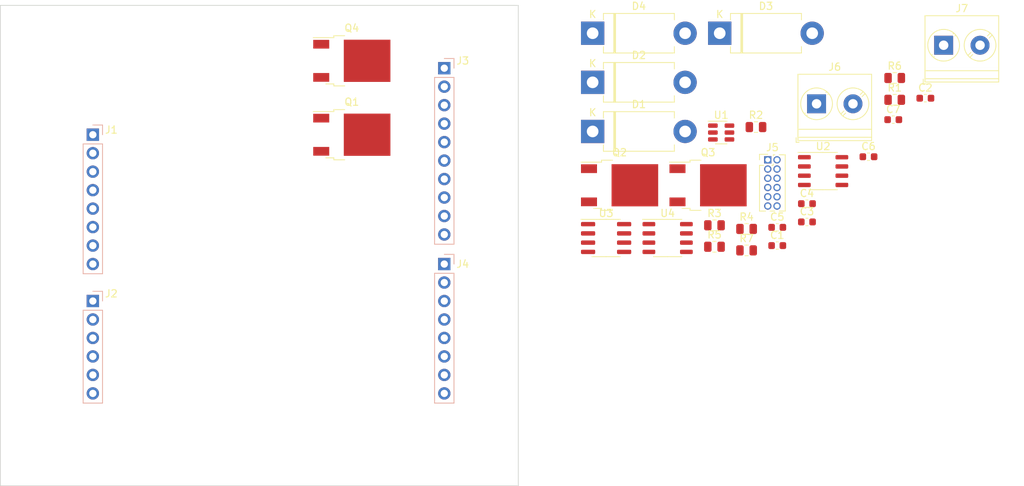
<source format=kicad_pcb>
(kicad_pcb (version 20211014) (generator pcbnew)
  (layers (0 "F.Cu" power) (31 "B.Cu" signal) (34 "B.Paste" user) (35 "F.Paste" user) (36 "B.SilkS" user "B.Silkscreen") (37 "F.SilkS" user "F.Silkscreen") (38 "B.Mask" user) (39 "F.Mask" user) (44 "Edge.Cuts" user))
  (net 0 "")
  (net 1 "/NC")
  (net 2 "/IOREF")
  (net 3 "/RESET")
  (net 4 "+3.3V")
  (net 5 "/+5V")
  (net 6 "GND")
  (net 7 "/VIN")
  (net 8 "/A0")
  (net 9 "+12V")
  (net 10 "/A2")
  (net 11 "/A3")
  (net 12 "/A4")
  (net 13 "/A5")
  (net 14 "/D15")
  (net 15 "/D14")
  (net 16 "/AVDD")
  (net 17 "/D13")
  (net 18 "Net-(C4-Pad1)")
  (net 19 "/D11")
  (net 20 "/D10")
  (net 21 "/D9")
  (net 22 "/D8")
  (net 23 "/D7")
  (net 24 "/D6")
  (net 25 "/D5")
  (net 26 "/D4")
  (net 27 "/D3")
  (net 28 "/D2")
  (net 29 "/D1")
  (net 30 "Net-(C4-Pad2)")
  (net 31 "Net-(D1-Pad1)")
  (net 32 "Net-(D1-Pad2)")
  (net 33 "Net-(D3-Pad2)")
  (net 34 "/COMP1_OUT")
  (net 36 "Net-(Q1-Pad1)")
  (net 37 "Net-(Q2-Pad1)")
  (net 38 "Net-(Q3-Pad1)")
  (net 39 "Net-(Q4-Pad1)")
  (net 40 "Net-(J5-Pada1)")
  (net 41 "/REV_LS_EN")
  (net 42 "/FWD_HS_EN")
  (net 43 "/FWD_LS_EN")
  (net 44 "/REV_HS_EN")
  (footprint "Resistor_SMD:R_0805_2012Metric" (layer "F.Cu") (at 206.61 117.09)
    (fp_text reference "R4" (at 0 -1.65) (layer "F.SilkS"))
    (fp_text value "R")
    (fp_line (start -0.227064 -0.735) (end 0.227064 -0.735) (layer "F.SilkS") (width 0.12))
    (fp_line (start -0.227064 0.735) (end 0.227064 0.735) (layer "F.SilkS") (width 0.12))
    (pad "1" smd roundrect (at -0.9125 0) (size 1.025 1.4) (layers "F.Cu" "F.Paste" "F.Mask") (roundrect_rratio 0.243902) (net 30 "Net-(C4-Pad2)"))
    (pad "2" smd roundrect (at 0.9125 0) (size 1.025 1.4) (layers "F.Cu" "F.Paste" "F.Mask") (roundrect_rratio 0.243902) (net 31 "Net-(D1-Pad1)"))
  )
  (footprint "Package_SO:SO-8_3.9x4.9mm_P1.27mm" (layer "F.Cu") (at 217.12 109.14)
    (fp_text reference "U2" (at 0 -3.4) (layer "F.SilkS"))
    (fp_text value "MAX17601")
    (fp_line (start 0 2.56) (end 1.95 2.56) (layer "F.SilkS") (width 0.12))
    (fp_line (start 0 2.56) (end -1.95 2.56) (layer "F.SilkS") (width 0.12))
    (fp_line (start 0 -2.56) (end 1.95 -2.56) (layer "F.SilkS") (width 0.12))
    (fp_line (start 0 -2.56) (end -3.45 -2.56) (layer "F.SilkS") (width 0.12))
    (pad "1" smd roundrect (at -2.575 -1.905) (size 1.75 0.6) (layers "F.Cu" "F.Paste" "F.Mask") (net 41 "/REV_LS_EN"))
    (pad "2" smd roundrect (at -2.575 -0.635) (size 1.75 0.6) (layers "F.Cu" "F.Paste" "F.Mask") (net 28 "/D2"))
    (pad "3" smd roundrect (at -2.575 0.635) (size 1.75 0.6) (layers "F.Cu" "F.Paste" "F.Mask") (net 6 "GND"))
    (pad "4" smd roundrect (at -2.575 1.905) (size 1.75 0.6) (layers "F.Cu" "F.Paste" "F.Mask") (net 23 "/D7"))
    (pad "5" smd roundrect (at 2.575 1.905) (size 1.75 0.6) (layers "F.Cu" "F.Paste" "F.Mask") (net 9 "+12V"))
    (pad "6" smd roundrect (at 2.575 0.635) (size 1.75 0.6) (layers "F.Cu" "F.Paste" "F.Mask"))
    (pad "7" smd roundrect (at 2.575 -0.635) (size 1.75 0.6) (layers "F.Cu" "F.Paste" "F.Mask") (net 37 "Net-(Q2-Pad1)"))
    (pad "8" smd roundrect (at 2.575 -1.905) (size 1.75 0.6) (layers "F.Cu" "F.Paste" "F.Mask") (net 42 "/FWD_HS_EN"))
  )
  (footprint "Connector_PinHeader_1.27mm:PinHeader_2x06_P1.27mm_Vertical" (layer "F.Cu") (at 209.52 107.59)
    (fp_text reference "J5" (at 0.635 -1.695) (layer "F.SilkS"))
    (fp_text value "Conn_02x06_Row_Letter_First")
    (fp_line (start -1.13 0.76) (end -0.563471 0.76) (layer "F.SilkS") (width 0.12))
    (fp_line (start 1.57753 -0.695) (end 2.4 -0.695) (layer "F.SilkS") (width 0.12))
    (fp_line (start -1.13 0) (end -1.13 -0.76) (layer "F.SilkS") (width 0.12))
    (fp_line (start 1.57753 7.045) (end 2.4 7.045) (layer "F.SilkS") (width 0.12))
    (fp_line (start 0.30753 7.045) (end 0.96247 7.045) (layer "F.SilkS") (width 0.12))
    (fp_line (start 2.4 -0.695) (end 2.4 7.045) (layer "F.SilkS") (width 0.12))
    (fp_line (start 0.76 -0.563471) (end 0.76 -0.695) (layer "F.SilkS") (width 0.12))
    (fp_line (start -1.13 0.76) (end -1.13 7.045) (layer "F.SilkS") (width 0.12))
    (fp_line (start 0.76 0.706529) (end 0.76 0.563471) (layer "F.SilkS") (width 0.12))
    (fp_line (start 0.76 -0.695) (end 0.96247 -0.695) (layer "F.SilkS") (width 0.12))
    (fp_line (start -1.13 7.045) (end -0.30753 7.045) (layer "F.SilkS") (width 0.12))
    (fp_line (start 0.563471 0.76) (end 0.706529 0.76) (layer "F.SilkS") (width 0.12))
    (fp_line (start -1.13 -0.76) (end 0 -0.76) (layer "F.SilkS") (width 0.12))
    (pad "1" thru_hole rect (at 0 0) (size 1 1) (drill 0.65) (layers *.Cu *.Mask))
    (pad "2" thru_hole oval (at 1.27 0) (size 1 1) (drill 0.65) (layers *.Cu *.Mask))
    (pad "3" thru_hole oval (at 0 1.27) (size 1 1) (drill 0.65) (layers *.Cu *.Mask))
    (pad "4" thru_hole oval (at 1.27 1.27) (size 1 1) (drill 0.65) (layers *.Cu *.Mask))
    (pad "5" thru_hole oval (at 0 2.54) (size 1 1) (drill 0.65) (layers *.Cu *.Mask))
    (pad "6" thru_hole oval (at 1.27 2.54) (size 1 1) (drill 0.65) (layers *.Cu *.Mask))
    (pad "7" thru_hole oval (at 0 3.81) (size 1 1) (drill 0.65) (layers *.Cu *.Mask))
    (pad "8" thru_hole oval (at 1.27 3.81) (size 1 1) (drill 0.65) (layers *.Cu *.Mask))
    (pad "9" thru_hole oval (at 0 5.08) (size 1 1) (drill 0.65) (layers *.Cu *.Mask))
    (pad "10" thru_hole oval (at 1.27 5.08) (size 1 1) (drill 0.65) (layers *.Cu *.Mask))
    (pad "11" thru_hole oval (at 0 6.35) (size 1 1) (drill 0.65) (layers *.Cu *.Mask))
    (pad "12" thru_hole oval (at 1.27 6.35) (size 1 1) (drill 0.65) (layers *.Cu *.Mask))
  )
  (footprint "Diode_THT:D_DO-201AD_P12.70mm_Horizontal" (layer "F.Cu") (at 202.92 90.19)
    (fp_text reference "D3" (at 6.35 -3.72) (layer "F.SilkS"))
    (fp_text value "SB10150")
    (fp_text user "K" (at 0 -2.6) (layer "F.SilkS"))
    (fp_line (start 1.48 -2.72) (end 11.22 -2.72) (layer "F.SilkS") (width 0.12))
    (fp_line (start 11.22 2.72) (end 11.22 1.84) (layer "F.SilkS") (width 0.12))
    (fp_line (start 1.48 1.84) (end 1.48 2.72) (layer "F.SilkS") (width 0.12))
    (fp_line (start 3.025 -2.72) (end 3.025 2.72) (layer "F.SilkS") (width 0.12))
    (fp_line (start 11.22 -2.72) (end 11.22 -1.84) (layer "F.SilkS") (width 0.12))
    (fp_line (start 2.905 -2.72) (end 2.905 2.72) (layer "F.SilkS") (width 0.12))
    (fp_line (start 1.48 -1.84) (end 1.48 -2.72) (layer "F.SilkS") (width 0.12))
    (fp_line (start 1.48 2.72) (end 11.22 2.72) (layer "F.SilkS") (width 0.12))
    (fp_line (start 3.145 -2.72) (end 3.145 2.72) (layer "F.SilkS") (width 0.12))
    (pad "1" thru_hole rect (at 0 0) (size 3.2 3.2) (drill 1.6) (layers *.Cu *.Mask) (net 31 "Net-(D1-Pad1)"))
    (pad "2" thru_hole oval (at 12.7 0) (size 3.2 3.2) (drill 1.6) (layers *.Cu *.Mask) (net 33 "Net-(D3-Pad2)"))
  )
  (footprint "Diode_THT:D_DO-201AD_P12.70mm_Horizontal" (layer "F.Cu") (at 185.47 96.94)
    (fp_text reference "D2" (at 6.35 -3.72) (layer "F.SilkS"))
    (fp_text value "SB10150")
    (fp_text user "K" (at 0 -2.6) (layer "F.SilkS"))
    (fp_line (start 3.025 -2.72) (end 3.025 2.72) (layer "F.SilkS") (width 0.12))
    (fp_line (start 3.145 -2.72) (end 3.145 2.72) (layer "F.SilkS") (width 0.12))
    (fp_line (start 1.48 2.72) (end 11.22 2.72) (layer "F.SilkS") (width 0.12))
    (fp_line (start 1.48 1.84) (end 1.48 2.72) (layer "F.SilkS") (width 0.12))
    (fp_line (start 1.48 -2.72) (end 11.22 -2.72) (layer "F.SilkS") (width 0.12))
    (fp_line (start 11.22 2.72) (end 11.22 1.84) (layer "F.SilkS") (width 0.12))
    (fp_line (start 1.48 -1.84) (end 1.48 -2.72) (layer "F.SilkS") (width 0.12))
    (fp_line (start 11.22 -2.72) (end 11.22 -1.84) (layer "F.SilkS") (width 0.12))
    (fp_line (start 2.905 -2.72) (end 2.905 2.72) (layer "F.SilkS") (width 0.12))
    (pad "1" thru_hole rect (at 0 0) (size 3.2 3.2) (drill 1.6) (layers *.Cu *.Mask) (net 32 "Net-(D1-Pad2)"))
    (pad "2" thru_hole oval (at 12.7 0) (size 3.2 3.2) (drill 1.6) (layers *.Cu *.Mask) (net 6 "GND"))
  )
  (footprint "TerminalBlock_Phoenix:TerminalBlock_Phoenix_PT-1,5-2-5.0-H_1x02_P5.00mm_Horizontal" (layer "F.Cu") (at 233.67 91.84)
    (fp_text reference "J7" (at 2.5 -5.06) (layer "F.SilkS"))
    (fp_text value "Screw_Terminal_01x02")
    (fp_line (start 1.388 -1.654) (end 1.281 -1.547) (layer "F.SilkS") (width 0.12))
    (fp_line (start -2.56 -4.06) (end 7.56 -4.06) (layer "F.SilkS") (width 0.12))
    (fp_line (start -1.548 1.281) (end -1.654 1.388) (layer "F.SilkS") (width 0.12))
    (fp_line (start -2.8 4.66) (end -2.8 5.3) (layer "F.SilkS") (width 0.12))
    (fp_line (start 3.993 1.274) (end 3.613 1.654) (layer "F.SilkS") (width 0.12))
    (fp_line (start 1.654 -1.388) (end 1.547 -1.281) (layer "F.SilkS") (width 0.12))
    (fp_line (start -1.282 1.547) (end -1.388 1.654) (layer "F.SilkS") (width 0.12))
    (fp_line (start 7.56 -4.06) (end 7.56 5.06) (layer "F.SilkS") (width 0.12))
    (fp_line (start -2.8 5.3) (end -2.4 5.3) (layer "F.SilkS") (width 0.12))
    (fp_line (start -2.56 4.6) (end 7.56 4.6) (layer "F.SilkS") (width 0.12))
    (fp_line (start 6.388 -1.654) (end 6.008 -1.274) (layer "F.SilkS") (width 0.12))
    (fp_line (start -2.56 3.5) (end 7.56 3.5) (layer "F.SilkS") (width 0.12))
    (fp_line (start -2.56 -4.06) (end -2.56 5.06) (layer "F.SilkS") (width 0.12))
    (fp_line (start 6.654 -1.388) (end 6.259 -0.992) (layer "F.SilkS") (width 0.12))
    (fp_line (start 3.742 0.992) (end 3.347 1.388) (layer "F.SilkS") (width 0.12))
    (fp_line (start -2.56 5.06) (end 7.56 5.06) (layer "F.SilkS") (width 0.12))
    (fp_circle (center 5 0) (end 7.18 0) (layer "F.SilkS") (width 0.12) (fill none))
    (fp_circle (center 0 0) (end 2.18 0) (layer "F.SilkS") (width 0.12) (fill none))
    (pad "1" thru_hole rect (at 0 0) (size 2.6 2.6) (drill 1.3) (layers *.Cu *.Mask) (net 6 "GND"))
    (pad "2" thru_hole circle (at 5 0) (size 2.6 2.6) (drill 1.3) (layers *.Cu *.Mask) (net 9 "+12V"))
  )
  (footprint "Capacitor_SMD:C_0603_1608Metric" (layer "F.Cu") (at 231.16 99.12)
    (fp_text reference "C2" (at 0 -1.43) (layer "F.SilkS"))
    (fp_text value "C")
    (fp_line (start -0.14058 0.51) (end 0.14058 0.51) (layer "F.SilkS") (width 0.12))
    (fp_line (start -0.14058 -0.51) (end 0.14058 -0.51) (layer "F.SilkS") (width 0.12))
    (pad "1" smd roundrect (at -0.775 0) (size 0.9 0.95) (layers "F.Cu" "F.Paste" "F.Mask") (net 9 "+12V"))
    (pad "2" smd roundrect (at 0.775 0) (size 0.9 0.95) (layers "F.Cu" "F.Paste" "F.Mask") (net 6 "GND"))
  )
  (footprint "Diode_THT:D_DO-201AD_P12.70mm_Horizontal" (layer "F.Cu") (at 185.47 90.19)
    (fp_text reference "D4" (at 6.35 -3.72) (layer "F.SilkS"))
    (fp_text value "SB10150")
    (fp_text user "K" (at 0 -2.6) (layer "F.SilkS"))
    (fp_line (start 3.145 -2.72) (end 3.145 2.72) (layer "F.SilkS") (width 0.12))
    (fp_line (start 2.905 -2.72) (end 2.905 2.72) (layer "F.SilkS") (width 0.12))
    (fp_line (start 1.48 1.84) (end 1.48 2.72) (layer "F.SilkS") (width 0.12))
    (fp_line (start 1.48 2.72) (end 11.22 2.72) (layer "F.SilkS") (width 0.12))
    (fp_line (start 3.025 -2.72) (end 3.025 2.72) (layer "F.SilkS") (width 0.12))
    (fp_line (start 11.22 2.72) (end 11.22 1.84) (layer "F.SilkS") (width 0.12))
    (fp_line (start 1.48 -1.84) (end 1.48 -2.72) (layer "F.SilkS") (width 0.12))
    (fp_line (start 1.48 -2.72) (end 11.22 -2.72) (layer "F.SilkS") (width 0.12))
    (fp_line (start 11.22 -2.72) (end 11.22 -1.84) (layer "F.SilkS") (width 0.12))
    (pad "1" thru_hole rect (at 0 0) (size 3.2 3.2) (drill 1.6) (layers *.Cu *.Mask) (net 33 "Net-(D3-Pad2)"))
    (pad "2" thru_hole oval (at 12.7 0) (size 3.2 3.2) (drill 1.6) (layers *.Cu *.Mask) (net 6 "GND"))
  )
  (footprint "Package_TO_SOT_SMD:TO-252-2" (layer "F.Cu") (at 152.4 104.14)
    (fp_text reference "Q1" (at 0 -4.5) (layer "F.SilkS"))
    (fp_text value "AOD413A")
    (fp_line (start -0.97 -3.45) (end -2.47 -3.45) (layer "F.SilkS") (width 0.12))
    (fp_line (start -2.47 -3.18) (end -5.3 -3.18) (layer "F.SilkS") (width 0.12))
    (fp_line (start -0.97 3.45) (end -2.47 3.45) (layer "F.SilkS") (width 0.12))
    (fp_line (start -2.47 3.45) (end -2.47 3.18) (layer "F.SilkS") (width 0.12))
    (fp_line (start -2.47 -3.45) (end -2.47 -3.18) (layer "F.SilkS") (width 0.12))
    (fp_line (start -2.47 3.18) (end -3.57 3.18) (layer "F.SilkS") (width 0.12))
    (pad "1" smd rect (at -4.2 -2.28) (size 2.2 1.2) (layers "F.Cu" "F.Paste" "F.Mask") (net 36 "Net-(Q1-Pad1)"))
    (pad "2" smd rect (at 2.1 0) (size 6.4 5.8) (layers "F.Cu" "F.Mask") (net 32 "Net-(D1-Pad2)"))
    (pad "3" smd rect (at -4.2 2.28) (size 2.2 1.2) (layers "F.Cu" "F.Paste" "F.Mask") (net 31 "Net-(D1-Pad1)"))
  )
  (footprint "Capacitor_SMD:C_0603_1608Metric" (layer "F.Cu") (at 210.82 119.38)
    (fp_text reference "C1" (at 0 -1.43) (layer "F.SilkS"))
    (fp_text value "C")
    (fp_line (start -0.14058 -0.51) (end 0.14058 -0.51) (layer "F.SilkS") (width 0.12))
    (fp_line (start -0.14058 0.51) (end 0.14058 0.51) (layer "F.SilkS") (width 0.12))
    (pad "1" smd roundrect (at -0.775 0) (size 0.9 0.95) (layers "F.Cu" "F.Paste" "F.Mask") (net 4 "+3.3V"))
    (pad "2" smd roundrect (at 0.775 0) (size 0.9 0.95) (layers "F.Cu" "F.Paste" "F.Mask") (net 6 "GND"))
  )
  (footprint "Package_SO:SOIC-8_3.9x4.9mm_P1.27mm" (layer "F.Cu") (at 187.32 118.34)
    (fp_text reference "U3" (at 0 -3.4) (layer "F.SilkS"))
    (fp_text value "INA240A4D")
    (fp_line (start 0 -2.56) (end 1.95 -2.56) (layer "F.SilkS") (width 0.12))
    (fp_line (start 0 -2.56) (end -3.45 -2.56) (layer "F.SilkS") (width 0.12))
    (fp_line (start 0 2.56) (end 1.95 2.56) (layer "F.SilkS") (width 0.12))
    (fp_line (start 0 2.56) (end -1.95 2.56) (layer "F.SilkS") (width 0.12))
    (pad "1" smd roundrect (at -2.475 -1.905) (size 1.95 0.6) (layers "F.Cu" "F.Paste" "F.Mask") (net 30 "Net-(C4-Pad2)"))
    (pad "2" smd roundrect (at -2.475 -0.635) (size 1.95 0.6) (layers "F.Cu" "F.Paste" "F.Mask") (net 6 "GND"))
    (pad "3" smd roundrect (at -2.475 0.635) (size 1.95 0.6) (layers "F.Cu" "F.Paste" "F.Mask") (net 6 "GND"))
    (pad "4" smd roundrect (at -2.475 1.905) (size 1.95 0.6) (layers "F.Cu" "F.Paste" "F.Mask") (net 6 "GND"))
    (pad "5" smd roundrect (at 2.475 1.905) (size 1.95 0.6) (layers "F.Cu" "F.Paste" "F.Mask") (net 8 "/A0"))
    (pad "6" smd roundrect (at 2.475 0.635) (size 1.95 0.6) (layers "F.Cu" "F.Paste" "F.Mask") (net 4 "+3.3V"))
    (pad "7" smd roundrect (at 2.475 -0.635) (size 1.95 0.6) (layers "F.Cu" "F.Paste" "F.Mask") (net 6 "GND"))
    (pad "8" smd roundrect (at 2.475 -1.905) (size 1.95 0.6) (layers "F.Cu" "F.Paste" "F.Mask") (net 18 "Net-(C4-Pad1)"))
  )
  (footprint "Package_TO_SOT_SMD:TO-252-2" (layer "F.Cu") (at 201.32 111.09)
    (fp_text reference "Q3" (at 0 -4.5) (layer "F.SilkS"))
    (fp_text value "AOD413A")
    (fp_line (start -2.47 3.18) (end -3.57 3.18) (layer "F.SilkS") (width 0.12))
    (fp_line (start -2.47 -3.45) (end -2.47 -3.18) (layer "F.SilkS") (width 0.12))
    (fp_line (start -2.47 -3.18) (end -5.3 -3.18) (layer "F.SilkS") (width 0.12))
    (fp_line (start -2.47 3.45) (end -2.47 3.18) (layer "F.SilkS") (width 0.12))
    (fp_line (start -0.97 -3.45) (end -2.47 -3.45) (layer "F.SilkS") (width 0.12))
    (fp_line (start -0.97 3.45) (end -2.47 3.45) (layer "F.SilkS") (width 0.12))
    (pad "1" smd rect (at -4.2 -2.28) (size 2.2 1.2) (layers "F.Cu" "F.Paste" "F.Mask") (net 38 "Net-(Q3-Pad1)"))
    (pad "2" smd rect (at 2.1 0) (size 6.4 5.8) (layers "F.Cu" "F.Mask") (net 33 "Net-(D3-Pad2)"))
    (pad "3" smd rect (at -4.2 2.28) (size 2.2 1.2) (layers "F.Cu" "F.Paste" "F.Mask") (net 31 "Net-(D1-Pad1)"))
  )
  (footprint "Package_TO_SOT_SMD:SOT-23-6" (layer "F.Cu") (at 203.12 103.84)
    (fp_text reference "U1" (at 0 -2.4) (layer "F.SilkS"))
    (fp_text value "SN74LVC1G374")
    (fp_line (start 0 1.56) (end 0.8 1.56) (layer "F.SilkS") (width 0.12))
    (fp_line (start 0 -1.56) (end 0.8 -1.56) (layer "F.SilkS") (width 0.12))
    (fp_line (start 0 1.56) (end -0.8 1.56) (layer "F.SilkS") (width 0.12))
    (fp_line (start 0 -1.56) (end -1.8 -1.56) (layer "F.SilkS") (width 0.12))
    (pad "1" smd roundrect (at -1.1375 -0.95) (size 1.325 0.6) (layers "F.Cu" "F.Paste" "F.Mask") (net 19 "/D11"))
    (pad "2" smd roundrect (at -1.1375 0) (size 1.325 0.6) (layers "F.Cu" "F.Paste" "F.Mask") (net 6 "GND"))
    (pad "3" smd roundrect (at -1.1375 0.95) (size 1.325 0.6) (layers "F.Cu" "F.Paste" "F.Mask") (net 34 "/COMP1_OUT"))
    (pad "4" smd roundrect (at 1.1375 0.95) (size 1.325 0.6) (layers "F.Cu" "F.Paste" "F.Mask") (net 40 "Net-(J5-Pada1)"))
    (pad "5" smd roundrect (at 1.1375 0) (size 1.325 0.6) (layers "F.Cu" "F.Paste" "F.Mask") (net 4 "+3.3V"))
    (pad "6" smd roundrect (at 1.1375 -0.95) (size 1.325 0.6) (layers "F.Cu" "F.Paste" "F.Mask"))
  )
  (footprint "Resistor_SMD:R_0805_2012Metric" (layer "F.Cu") (at 207.9 103.09)
    (fp_text reference "R2" (at 0 -1.65) (layer "F.SilkS"))
    (fp_text value "R")
    (fp_line (start -0.227064 0.735) (end 0.227064 0.735) (layer "F.SilkS") (width 0.12))
    (fp_line (start -0.227064 -0.735) (end 0.227064 -0.735) (layer "F.SilkS") (width 0.12))
    (pad "1" smd roundrect (at -0.9125 0) (size 1.025 1.4) (layers "F.Cu" "F.Paste" "F.Mask") (roundrect_rratio 0.243902) (net 36 "Net-(Q1-Pad1)"))
    (pad "2" smd roundrect (at 0.9125 0) (size 1.025 1.4) (layers "F.Cu" "F.Paste" "F.Mask") (roundrect_rratio 0.243902) (net 31 "Net-(D1-Pad1)"))
  )
  (footprint "Diode_THT:D_DO-201AD_P12.70mm_Horizontal" (layer "F.Cu") (at 185.47 103.69)
    (fp_text reference "D1" (at 6.35 -3.72) (layer "F.SilkS"))
    (fp_text value "SB10150")
    (fp_text user "K" (at 0 -2.6) (layer "F.SilkS"))
    (fp_line (start 11.22 2.72) (end 11.22 1.84) (layer "F.SilkS") (width 0.12))
    (fp_line (start 1.48 -1.84) (end 1.48 -2.72) (layer "F.SilkS") (width 0.12))
    (fp_line (start 1.48 2.72) (end 11.22 2.72) (layer "F.SilkS") (width 0.12))
    (fp_line (start 2.905 -2.72) (end 2.905 2.72) (layer "F.SilkS") (width 0.12))
    (fp_line (start 1.48 -2.72) (end 11.22 -2.72) (layer "F.SilkS") (width 0.12))
    (fp_line (start 11.22 -2.72) (end 11.22 -1.84) (layer "F.SilkS") (width 0.12))
    (fp_line (start 3.145 -2.72) (end 3.145 2.72) (layer "F.SilkS") (width 0.12))
    (fp_line (start 3.025 -2.72) (end 3.025 2.72) (layer "F.SilkS") (width 0.12))
    (fp_line (start 1.48 1.84) (end 1.48 2.72) (layer "F.SilkS") (width 0.12))
    (pad "1" thru_hole rect (at 0 0) (size 3.2 3.2) (drill 1.6) (layers *.Cu *.Mask) (net 31 "Net-(D1-Pad1)"))
    (pad "2" thru_hole oval (at 12.7 0) (size 3.2 3.2) (drill 1.6) (layers *.Cu *.Mask) (net 32 "Net-(D1-Pad2)"))
  )
  (footprint "Resistor_SMD:R_0805_2012Metric" (layer "F.Cu") (at 226.95 99.34)
    (fp_text reference "R1" (at 0 -1.65) (layer "F.SilkS"))
    (fp_text value "R")
    (fp_line (start -0.227064 -0.735) (end 0.227064 -0.735) (layer "F.SilkS") (width 0.12))
    (fp_line (start -0.227064 0.735) (end 0.227064 0.735) (layer "F.SilkS") (width 0.12))
    (pad "1" smd roundrect (at -0.9125 0) (size 1.025 1.4) (layers "F.Cu" "F.Paste" "F.Mask") (roundrect_rratio 0.243902) (net 6 "GND"))
    (pad "2" smd roundrect (at 0.9125 0) (size 1.025 1.4) (layers "F.Cu" "F.Paste" "F.Mask") (roundrect_rratio 0.243902) (net 37 "Net-(Q2-Pad1)"))
  )
  (footprint "Capacitor_SMD:C_0603_1608Metric" (layer "F.Cu") (at 226.75 102.07)
    (fp_text reference "C7" (at 0 -1.43) (layer "F.SilkS"))
    (fp_text value "C")
    (fp_line (start -0.14058 0.51) (end 0.14058 0.51) (layer "F.SilkS") (width 0.12))
    (fp_line (start -0.14058 -0.51) (end 0.14058 -0.51) (layer "F.SilkS") (width 0.12))
    (pad "1" smd roundrect (at -0.775 0) (size 0.9 0.95) (layers "F.Cu" "F.Paste" "F.Mask") (net 9 "+12V"))
    (pad "2" smd roundrect (at 0.775 0) (size 0.9 0.95) (layers "F.Cu" "F.Paste" "F.Mask") (net 6 "GND"))
  )
  (footprint "Capacitor_SMD:C_0603_1608Metric" (layer "F.Cu") (at 214.9 116.13)
    (fp_text reference "C3" (at 0 -1.43) (layer "F.SilkS"))
    (fp_text value "C")
    (fp_line (start -0.14058 0.51) (end 0.14058 0.51) (layer "F.SilkS") (width 0.12))
    (fp_line (start -0.14058 -0.51) (end 0.14058 -0.51) (layer "F.SilkS") (width 0.12))
    (pad "1" smd roundrect (at -0.775 0) (size 0.9 0.95) (layers "F.Cu" "F.Paste" "F.Mask") (net 4 "+3.3V"))
    (pad "2" smd roundrect (at 0.775 0) (size 0.9 0.95) (layers "F.Cu" "F.Paste" "F.Mask") (net 6 "GND"))
  )
  (footprint "Resistor_SMD:R_0805_2012Metric" (layer "F.Cu") (at 202.2 116.59)
    (fp_text reference "R3" (at 0 -1.65) (layer "F.SilkS"))
    (fp_text value "R")
    (fp_line (start -0.227064 -0.735) (end 0.227064 -0.735) (layer "F.SilkS") (width 0.12))
    (fp_line (start -0.227064 0.735) (end 0.227064 0.735) (layer "F.SilkS") (width 0.12))
    (pad "1" smd roundrect (at -0.9125 0) (size 1.025 1.4) (layers "F.Cu" "F.Paste" "F.Mask") (roundrect_rratio 0.243902) (net 18 "Net-(C4-Pad1)"))
    (pad "2" smd roundrect (at 0.9125 0) (size 1.025 1.4) (layers "F.Cu" "F.Paste" "F.Mask") (roundrect_rratio 0.243902) (net 9 "+12V"))
  )
  (footprint "Package_SO:SO-8_3.9x4.9mm_P1.27mm" (layer "F.Cu") (at 195.77 118.34)
    (fp_text reference "U4" (at 0 -3.4) (layer "F.SilkS"))
    (fp_text value "MAX17601")
    (fp_line (start 0 -2.56) (end 1.95 -2.56) (layer "F.SilkS") (width 0.12))
    (fp_line (start 0 2.56) (end 1.95 2.56) (layer "F.SilkS") (width 0.12))
    (fp_line (start 0 2.56) (end -1.95 2.56) (layer "F.SilkS") (width 0.12))
    (fp_line (start 0 -2.56) (end -3.45 -2.56) (layer "F.SilkS") (width 0.12))
    (pad "1" smd roundrect (at -2.575 -1.905) (size 1.75 0.6) (layers "F.Cu" "F.Paste" "F.Mask") (net 43 "/FWD_LS_EN"))
    (pad "2" smd roundrect (at -2.575 -0.635) (size 1.75 0.6) (layers "F.Cu" "F.Paste" "F.Mask") (net 23 "/D7"))
    (pad "3" smd roundrect (at -2.575 0.635) (size 1.75 0.6) (layers "F.Cu" "F.Paste" "F.Mask") (net 6 "GND"))
    (pad "4" smd roundrect (at -2.575 1.905) (size 1.75 0.6) (layers "F.Cu" "F.Paste" "F.Mask") (net 28 "/D2"))
    (pad "5" smd roundrect (at 2.575 1.905) (size 1.75 0.6) (layers "F.Cu" "F.Paste" "F.Mask") (net 9 "+12V"))
    (pad "6" smd roundrect (at 2.575 0.635) (size 1.75 0.6) (layers "F.Cu" "F.Paste" "F.Mask"))
    (pad "7" smd roundrect (at 2.575 -0.635) (size 1.75 0.6) (layers "F.Cu" "F.Paste" "F.Mask") (net 39 "Net-(Q4-Pad1)"))
    (pad "8" smd roundrect (at 2.575 -1.905) (size 1.75 0.6) (layers "F.Cu" "F.Paste" "F.Mask") (net 44 "/REV_HS_EN"))
  )
  (footprint "Capacitor_SMD:C_0603_1608Metric" (layer "F.Cu") (at 210.82 116.87)
    (fp_text reference "C5" (at 0 -1.43) (layer "F.SilkS"))
    (fp_text value "C")
    (fp_line (start -0.14058 -0.51) (end 0.14058 -0.51) (layer "F.SilkS") (width 0.12))
    (fp_line (start -0.14058 0.51) (end 0.14058 0.51) (layer "F.SilkS") (width 0.12))
    (pad "1" smd roundrect (at -0.775 0) (size 0.9 0.95) (layers "F.Cu" "F.Paste" "F.Mask") (net 9 "+12V"))
    (pad "2" smd roundrect (at 0.775 0) (size 0.9 0.95) (layers "F.Cu" "F.Paste" "F.Mask") (net 6 "GND"))
  )
  (footprint "Resistor_SMD:R_0805_2012Metric" (layer "F.Cu") (at 206.61 120.04)
    (fp_text reference "R7" (at 0 -1.65) (layer "F.SilkS"))
    (fp_text value "R")
    (fp_line (start -0.227064 0.735) (end 0.227064 0.735) (layer "F.SilkS") (width 0.12))
    (fp_line (start -0.227064 -0.735) (end 0.227064 -0.735) (layer "F.SilkS") (width 0.12))
    (pad "1" smd roundrect (at -0.9125 0) (size 1.025 1.4) (layers "F.Cu" "F.Paste" "F.Mask") (roundrect_rratio 0.243902) (net 38 "Net-(Q3-Pad1)"))
    (pad "2" smd roundrect (at 0.9125 0) (size 1.025 1.4) (layers "F.Cu" "F.Paste" "F.Mask") (roundrect_rratio 0.243902) (net 31 "Net-(D1-Pad1)"))
  )
  (footprint "Capacitor_SMD:C_0603_1608Metric" (layer "F.Cu") (at 214.9 113.62)
    (fp_text reference "C4" (at 0 -1.43) (layer "F.SilkS"))
    (fp_text value "C")
    (fp_line (start -0.14058 -0.51) (end 0.14058 -0.51) (layer "F.SilkS") (width 0.12))
    (fp_line (start -0.14058 0.51) (end 0.14058 0.51) (layer "F.SilkS") (width 0.12))
    (pad "1" smd roundrect (at -0.775 0) (size 0.9 0.95) (layers "F.Cu" "F.Paste" "F.Mask") (net 18 "Net-(C4-Pad1)"))
    (pad "2" smd roundrect (at 0.775 0) (size 0.9 0.95) (layers "F.Cu" "F.Paste" "F.Mask") (net 30 "Net-(C4-Pad2)"))
  )
  (footprint "TerminalBlock_Phoenix:TerminalBlock_Phoenix_PT-1,5-2-5.0-H_1x02_P5.00mm_Horizontal" (layer "F.Cu") (at 216.22 99.89)
    (fp_text reference "J6" (at 2.5 -5.06) (layer "F.SilkS"))
    (fp_text value "Screw_Terminal_01x02")
    (fp_line (start -2.8 4.66) (end -2.8 5.3) (layer "F.SilkS") (width 0.12))
    (fp_line (start -2.8 5.3) (end -2.4 5.3) (layer "F.SilkS") (width 0.12))
    (fp_line (start 7.56 -4.06) (end 7.56 5.06) (layer "F.SilkS") (width 0.12))
    (fp_line (start 3.993 1.274) (end 3.613 1.654) (layer "F.SilkS") (width 0.12))
    (fp_line (start -2.56 4.6) (end 7.56 4.6) (layer "F.SilkS") (width 0.12))
    (fp_line (start -2.56 3.5) (end 7.56 3.5) (layer "F.SilkS") (width 0.12))
    (fp_line (start -1.282 1.547) (end -1.388 1.654) (layer "F.SilkS") (width 0.12))
    (fp_line (start 6.654 -1.388) (end 6.259 -0.992) (layer "F.SilkS") (width 0.12))
    (fp_line (start -2.56 -4.06) (end -2.56 5.06) (layer "F.SilkS") (width 0.12))
    (fp_line (start 3.742 0.992) (end 3.347 1.388) (layer "F.SilkS") (width 0.12))
    (fp_line (start 1.654 -1.388) (end 1.547 -1.281) (layer "F.SilkS") (width 0.12))
    (fp_line (start -2.56 -4.06) (end 7.56 -4.06) (layer "F.SilkS") (width 0.12))
    (fp_line (start -1.548 1.281) (end -1.654 1.388) (layer "F.SilkS") (width 0.12))
    (fp_line (start -2.56 5.06) (end 7.56 5.06) (layer "F.SilkS") (width 0.12))
    (fp_line (start 1.388 -1.654) (end 1.281 -1.547) (layer "F.SilkS") (width 0.12))
    (fp_line (start 6.388 -1.654) (end 6.008 -1.274) (layer "F.SilkS") (width 0.12))
    (fp_circle (center 0 0) (end 2.18 0) (layer "F.SilkS") (width 0.12) (fill none))
    (fp_circle (center 5 0) (end 7.18 0) (layer "F.SilkS") (width 0.12) (fill none))
    (pad "1" thru_hole rect (at 0 0) (size 2.6 2.6) (drill 1.3) (layers *.Cu *.Mask) (net 32 "Net-(D1-Pad2)"))
    (pad "2" thru_hole circle (at 5 0) (size 2.6 2.6) (drill 1.3) (layers *.Cu *.Mask) (net 33 "Net-(D3-Pad2)"))
  )
  (footprint "Resistor_SMD:R_0805_2012Metric" (layer "F.Cu") (at 202.2 119.54)
    (fp_text reference "R5" (at 0 -1.65) (layer "F.SilkS"))
    (fp_text value "R")
    (fp_line (start -0.227064 0.735) (end 0.227064 0.735) (layer "F.SilkS") (width 0.12))
    (fp_line (start -0.227064 -0.735) (end 0.227064 -0.735) (layer "F.SilkS") (width 0.12))
    (pad "1" smd roundrect (at -0.9125 0) (size 1.025 1.4) (layers "F.Cu" "F.Paste" "F.Mask") (roundrect_rratio 0.243902) (net 31 "Net-(D1-Pad1)"))
    (pad "2" smd roundrect (at 0.9125 0) (size 1.025 1.4) (layers "F.Cu" "F.Paste" "F.Mask") (roundrect_rratio 0.243902) (net 9 "+12V"))
  )
  (footprint "Resistor_SMD:R_0805_2012Metric" (layer "F.Cu") (at 226.95 96.34)
    (fp_text reference "R6" (at 0 -1.65) (layer "F.SilkS"))
    (fp_text value "R")
    (fp_line (start -0.227064 -0.735) (end 0.227064 -0.735) (layer "F.SilkS") (width 0.12))
    (fp_line (start -0.227064 0.735) (end 0.227064 0.735) (layer "F.SilkS") (width 0.12))
    (pad "1" smd roundrect (at -0.9125 0) (size 1.025 1.4) (layers "F.Cu" "F.Paste" "F.Mask") (roundrect_rratio 0.243902) (net 6 "GND"))
    (pad "2" smd roundrect (at 0.9125 0) (size 1.025 1.4) (layers "F.Cu" "F.Paste" "F.Mask") (roundrect_rratio 0.243902) (net 39 "Net-(Q4-Pad1)"))
  )
  (footprint "Capacitor_SMD:C_0603_1608Metric" (layer "F.Cu") (at 223.35 107.17)
    (fp_text reference "C6" (at 0 -1.43) (layer "F.SilkS"))
    (fp_text value "C")
    (fp_line (start -0.14058 -0.51) (end 0.14058 -0.51) (layer "F.SilkS") (width 0.12))
    (fp_line (start -0.14058 0.51) (end 0.14058 0.51) (layer "F.SilkS") (width 0.12))
    (pad "1" smd roundrect (at -0.775 0) (size 0.9 0.95) (layers "F.Cu" "F.Paste" "F.Mask") (net 9 "+12V"))
    (pad "2" smd roundrect (at 0.775 0) (size 0.9 0.95) (layers "F.Cu" "F.Paste" "F.Mask") (net 6 "GND"))
  )
  (footprint "Package_TO_SOT_SMD:TO-252-2" (layer "F.Cu") (at 189.17 111.09)
    (fp_text reference "Q2" (at 0 -4.5) (layer "F.SilkS"))
    (fp_text value "AOD454A")
    (fp_line (start -2.47 3.45) (end -2.47 3.18) (layer "F.SilkS") (width 0.12))
    (fp_line (start -0.97 3.45) (end -2.47 3.45) (layer "F.SilkS") (width 0.12))
    (fp_line (start -2.47 -3.45) (end -2.47 -3.18) (layer "F.SilkS") (width 0.12))
    (fp_line (start -2.47 3.18) (end -3.57 3.18) (layer "F.SilkS") (width 0.12))
    (fp_line (start -0.97 -3.45) (end -2.47 -3.45) (layer "F.SilkS") (width 0.12))
    (fp_line (start -2.47 -3.18) (end -5.3 -3.18) (layer "F.SilkS") (width 0.12))
    (pad "1" smd rect (at -4.2 -2.28) (size 2.2 1.2) (layers "F.Cu" "F.Paste" "F.Mask") (net 37 "Net-(Q2-Pad1)"))
    (pad "2" smd rect (at 2.1 0) (size 6.4 5.8) (layers "F.Cu" "F.Mask") (net 32 "Net-(D1-Pad2)"))
    (pad "3" smd rect (at -4.2 2.28) (size 2.2 1.2) (layers "F.Cu" "F.Paste" "F.Mask") (net 6 "GND"))
  )
  (footprint "Package_TO_SOT_SMD:TO-252-2" (layer "F.Cu") (at 152.4 93.98)
    (fp_text reference "Q4" (at 0 -4.5) (layer "F.SilkS"))
    (fp_text value "AOD454A")
    (fp_line (start -2.47 3.45) (end -2.47 3.18) (layer "F.SilkS") (width 0.12))
    (fp_line (start -0.97 -3.45) (end -2.47 -3.45) (layer "F.SilkS") (width 0.12))
    (fp_line (start -2.47 -3.45) (end -2.47 -3.18) (layer "F.SilkS") (width 0.12))
    (fp_line (start -2.47 -3.18) (end -5.3 -3.18) (layer "F.SilkS") (width 0.12))
    (fp_line (start -2.47 3.18) (end -3.57 3.18) (layer "F.SilkS") (width 0.12))
    (fp_line (start -0.97 3.45) (end -2.47 3.45) (layer "F.SilkS") (width 0.12))
    (pad "1" smd rect (at -4.2 -2.28) (size 2.2 1.2) (layers "F.Cu" "F.Paste" "F.Mask") (net 39 "Net-(Q4-Pad1)"))
    (pad "2" smd rect (at 2.1 0) (size 6.4 5.8) (layers "F.Cu" "F.Mask") (net 33 "Net-(D3-Pad2)"))
    (pad "3" smd rect (at -4.2 2.28) (size 2.2 1.2) (layers "F.Cu" "F.Paste" "F.Mask") (net 6 "GND"))
  )
  (footprint "Connector_PinHeader_2.54mm:PinHeader_1x06_P2.54mm_Vertical" (layer "B.Cu") (at 116.84 127 180)
    (fp_text reference "J2" (at -2.54 1.016) (layer "F.SilkS"))
    (fp_text value "Conn_01x06")
    (fp_line (start -1.33 1.33) (end 0 1.33) (layer "B.SilkS") (width 0.12))
    (fp_line (start -1.33 -1.27) (end 1.33 -1.27) (layer "B.SilkS") (width 0.12))
    (fp_line (start -1.33 -1.27) (end -1.33 -14.03) (layer "B.SilkS") (width 0.12))
    (fp_line (start -1.33 0) (end -1.33 1.33) (layer "B.SilkS") (width 0.12))
    (fp_line (start 1.33 -1.27) (end 1.33 -14.03) (layer "B.SilkS") (width 0.12))
    (fp_line (start -1.33 -14.03) (end 1.33 -14.03) (layer "B.SilkS") (width 0.12))
    (pad "1" thru_hole rect locked (at 0 0 180) (size 1.7 1.7) (drill 1) (layers *.Cu *.Mask) (net 8 "/A0"))
    (pad "2" thru_hole oval locked (at 0 -2.54 180) (size 1.7 1.7) (drill 1) (layers *.Cu *.Mask) (net 8 "/A0"))
    (pad "3" thru_hole oval locked (at 0 -5.08 180) (size 1.7 1.7) (drill 1) (layers *.Cu *.Mask) (net 10 "/A2"))
    (pad "4" thru_hole oval locked (at 0 -7.62 180) (size 1.7 1.7) (drill 1) (layers *.Cu *.Mask) (net 11 "/A3"))
    (pad "5" thru_hole oval locked (at 0 -10.16 180) (size 1.7 1.7) (drill 1) (layers *.Cu *.Mask) (net 12 "/A4"))
    (pad "6" thru_hole oval locked (at 0 -12.7 180) (size 1.7 1.7) (drill 1) (layers *.Cu *.Mask) (net 13 "/A5"))
  )
  (footprint "Connector_PinHeader_2.54mm:PinHeader_1x08_P2.54mm_Vertical" (layer "B.Cu") (at 165.1 121.92 180)
    (fp_text reference "J4" (at -2.54 0) (layer "F.SilkS"))
    (fp_text value "Conn_01x08")
    (fp_line (start 1.33 -1.27) (end 1.33 -19.11) (layer "B.SilkS") (width 0.12))
    (fp_line (start -1.33 -1.27) (end 1.33 -1.27) (layer "B.SilkS") (width 0.12))
    (fp_line (start -1.33 1.33) (end 0 1.33) (layer "B.SilkS") (width 0.12))
    (fp_line (start -1.33 0) (end -1.33 1.33) (layer "B.SilkS") (width 0.12))
    (fp_line (start -1.33 -1.27) (end -1.33 -19.11) (layer "B.SilkS") (width 0.12))
    (fp_line (start -1.33 -19.11) (end 1.33 -19.11) (layer "B.SilkS") (width 0.12))
    (pad "1" thru_hole rect locked (at 0 0 180) (size 1.7 1.7) (drill 1) (layers *.Cu *.Mask) (net 23 "/D7"))
    (pad "2" thru_hole oval locked (at 0 -2.54 180) (size 1.7 1.7) (drill 1) (layers *.Cu *.Mask) (net 24 "/D6"))
    (pad "3" thru_hole oval locked (at 0 -5.08 180) (size 1.7 1.7) (drill 1) (layers *.Cu *.Mask) (net 25 "/D5"))
    (pad "4" thru_hole oval locked (at 0 -7.62 180) (size 1.7 1.7) (drill 1) (layers *.Cu *.Mask) (net 26 "/D4"))
    (pad "5" thru_hole oval locked (at 0 -10.16 180) (size 1.7 1.7) (drill 1) (layers *.Cu *.Mask) (net 27 "/D3"))
    (pad "6" thru_hole oval locked (at 0 -12.7 180) (size 1.7 1.7) (drill 1) (layers *.Cu *.Mask) (net 28 "/D2"))
    (pad "7" thru_hole oval locked (at 0 -15.24 180) (size 1.7 1.7) (drill 1) (layers *.Cu *.Mask) (net 29 "/D1"))
    (pad "8" thru_hole oval locked (at 0 -17.78 180) (size 1.7 1.7) (drill 1) (layers *.Cu *.Mask))
  )
  (footprint "Connector_PinHeader_2.54mm:PinHeader_1x08_P2.54mm_Vertical" (layer "B.Cu") (at 116.84 104.14 180)
    (fp_text reference "J1" (at -2.54 0.664997) (layer "F.SilkS"))
    (fp_text value "Conn_01x08")
    (fp_line (start -1.33 -1.27) (end -1.33 -19.11) (layer "B.SilkS") (width 0.12))
    (fp_line (start -1.33 -19.11) (end 1.33 -19.11) (layer "B.SilkS") (width 0.12))
    (fp_line (start -1.33 -1.27) (end 1.33 -1.27) (layer "B.SilkS") (width 0.12))
    (fp_line (start -1.33 0) (end -1.33 1.33) (layer "B.SilkS") (width 0.12))
    (fp_line (start -1.33 1.33) (end 0 1.33) (layer "B.SilkS") (width 0.12))
    (fp_line (start 1.33 -1.27) (end 1.33 -19.11) (layer "B.SilkS") (width 0.12))
    (pad "1" thru_hole rect locked (at 0 0 180) (size 1.7 1.7) (drill 1) (layers *.Cu *.Mask) (net 1 "/NC"))
    (pad "2" thru_hole oval locked (at 0 -2.54 180) (size 1.7 1.7) (drill 1) (layers *.Cu *.Mask) (net 2 "/IOREF"))
    (pad "3" thru_hole oval locked (at 0 -5.08 180) (size 1.7 1.7) (drill 1) (layers *.Cu *.Mask) (net 3 "/RESET"))
    (pad "4" thru_hole oval locked (at 0 -7.62 180) (size 1.7 1.7) (drill 1) (layers *.Cu *.Mask) (net 4 "+3.3V"))
    (pad "5" thru_hole oval locked (at 0 -10.16 180) (size 1.7 1.7) (drill 1) (layers *.Cu *.Mask) (net 5 "/+5V"))
    (pad "6" thru_hole oval locked (at 0 -12.7 180) (size 1.7 1.7) (drill 1) (layers *.Cu *.Mask) (net 6 "GND"))
    (pad "7" thru_hole oval locked (at 0 -15.24 180) (size 1.7 1.7) (drill 1) (layers *.Cu *.Mask) (net 6 "GND"))
    (pad "8" thru_hole oval locked (at 0 -17.78 180) (size 1.7 1.7) (drill 1) (layers *.Cu *.Mask) (net 7 "/VIN"))
  )
  (footprint "Connector_PinHeader_2.54mm:PinHeader_1x10_P2.54mm_Vertical" (layer "B.Cu") (at 165.1 94.996 180)
    (fp_text reference "J3" (at -2.54 1.016) (layer "F.SilkS"))
    (fp_text value "Conn_01x10")
    (fp_line (start -1.33 -1.27) (end -1.33 -24.19) (layer "B.SilkS") (width 0.12))
    (fp_line (start -1.33 -24.19) (end 1.33 -24.19) (layer "B.SilkS") (width 0.12))
    (fp_line (start -1.33 -1.27) (end 1.33 -1.27) (layer "B.SilkS") (width 0.12))
    (fp_line (start -1.33 1.33) (end 0 1.33) (layer "B.SilkS") (width 0.12))
    (fp_line (start 1.33 -1.27) (end 1.33 -24.19) (layer "B.SilkS") (width 0.12))
    (fp_line (start -1.33 0) (end -1.33 1.33) (layer "B.SilkS") (width 0.12))
    (pad "1" thru_hole rect locked (at 0 0 180) (size 1.7 1.7) (drill 1) (layers *.Cu *.Mask) (net 14 "/D15"))
    (pad "2" thru_hole oval locked (at 0 -2.54 180) (size 1.7 1.7) (drill 1) (layers *.Cu *.Mask) (net 15 "/D14"))
    (pad "3" thru_hole oval locked (at 0 -5.08 180) (size 1.7 1.7) (drill 1) (layers *.Cu *.Mask) (net 16 "/AVDD"))
    (pad "4" thru_hole oval locked (at 0 -7.62 180) (size 1.7 1.7) (drill 1) (layers *.Cu *.Mask) (net 6 "GND"))
    (pad "5" thru_hole oval locked (at 0 -10.16 180) (size 1.7 1.7) (drill 1) (layers *.Cu *.Mask) (net 17 "/D13"))
    (pad "6" thru_hole oval locked (at 0 -12.7 180) (size 1.7 1.7) (drill 1) (layers *.Cu *.Mask) (net 34 "/COMP1_OUT"))
    (pad "7" thru_hole oval locked (at 0 -15.24 180) (size 1.7 1.7) (drill 1) (layers *.Cu *.Mask) (net 19 "/D11"))
    (pad "8" thru_hole oval locked (at 0 -17.78 180) (size 1.7 1.7) (drill 1) (layers *.Cu *.Mask) (net 20 "/D10"))
    (pad "9" thru_hole oval locked (at 0 -20.32 180) (size 1.7 1.7) (drill 1) (layers *.Cu *.Mask) (net 21 "/D9"))
    (pad "10" thru_hole oval locked (at 0 -22.86 180) (size 1.7 1.7) (drill 1) (layers *.Cu *.Mask) (net 22 "/D8"))
  )
  (gr_line (start 175.26 86.36) (end 104.14 86.36) (layer "Edge.Cuts") (width 0.1))
  (gr_line (start 175.26 152.4) (end 104.14 152.4) (layer "Edge.Cuts") (width 0.1))
  (gr_line (start 104.14 152.4) (end 104.14 86.36) (layer "Edge.Cuts") (width 0.1))
  (gr_line (start 175.26 86.36) (end 175.26 152.4) (layer "Edge.Cuts") (width 0.1))
)
</source>
